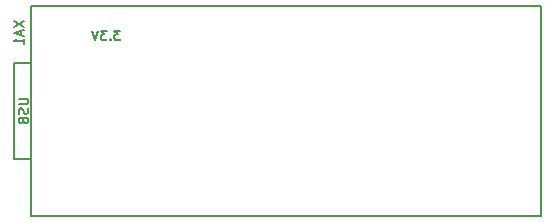
<source format=gbr>
G04 #@! TF.GenerationSoftware,KiCad,Pcbnew,(5.0.0)*
G04 #@! TF.CreationDate,2019-08-08T11:48:33+10:00*
G04 #@! TF.ProjectId,couchmobile-electrical,636F7563686D6F62696C652D656C6563,rev?*
G04 #@! TF.SameCoordinates,Original*
G04 #@! TF.FileFunction,Legend,Bot*
G04 #@! TF.FilePolarity,Positive*
%FSLAX46Y46*%
G04 Gerber Fmt 4.6, Leading zero omitted, Abs format (unit mm)*
G04 Created by KiCad (PCBNEW (5.0.0)) date 08/08/19 11:48:33*
%MOMM*%
%LPD*%
G01*
G04 APERTURE LIST*
%ADD10C,0.150000*%
G04 APERTURE END LIST*
D10*
G04 #@! TO.C,XA1*
X23000000Y-90064000D02*
X21550000Y-90064000D01*
X21550000Y-90064000D02*
X21550000Y-81936000D01*
X21550000Y-81936000D02*
X23000000Y-81936000D01*
X66180000Y-94890000D02*
X66180000Y-77110000D01*
X23000000Y-94890000D02*
X23000000Y-77110000D01*
X66180000Y-77110000D02*
X23000000Y-77110000D01*
X66180000Y-94890000D02*
X23000000Y-94890000D01*
X21545904Y-78405523D02*
X22345904Y-78938857D01*
X21545904Y-78938857D02*
X22345904Y-78405523D01*
X22117333Y-79205523D02*
X22117333Y-79586476D01*
X22345904Y-79129333D02*
X21545904Y-79396000D01*
X22345904Y-79662666D01*
X22345904Y-80348380D02*
X22345904Y-79891238D01*
X22345904Y-80119809D02*
X21545904Y-80119809D01*
X21660190Y-80043619D01*
X21736380Y-79967428D01*
X21774476Y-79891238D01*
X21926904Y-84990476D02*
X22574523Y-84990476D01*
X22650714Y-85028571D01*
X22688809Y-85066666D01*
X22726904Y-85142857D01*
X22726904Y-85295238D01*
X22688809Y-85371428D01*
X22650714Y-85409523D01*
X22574523Y-85447619D01*
X21926904Y-85447619D01*
X22688809Y-85790476D02*
X22726904Y-85904761D01*
X22726904Y-86095238D01*
X22688809Y-86171428D01*
X22650714Y-86209523D01*
X22574523Y-86247619D01*
X22498333Y-86247619D01*
X22422142Y-86209523D01*
X22384047Y-86171428D01*
X22345952Y-86095238D01*
X22307857Y-85942857D01*
X22269761Y-85866666D01*
X22231666Y-85828571D01*
X22155476Y-85790476D01*
X22079285Y-85790476D01*
X22003095Y-85828571D01*
X21965000Y-85866666D01*
X21926904Y-85942857D01*
X21926904Y-86133333D01*
X21965000Y-86247619D01*
X22307857Y-86857142D02*
X22345952Y-86971428D01*
X22384047Y-87009523D01*
X22460238Y-87047619D01*
X22574523Y-87047619D01*
X22650714Y-87009523D01*
X22688809Y-86971428D01*
X22726904Y-86895238D01*
X22726904Y-86590476D01*
X21926904Y-86590476D01*
X21926904Y-86857142D01*
X21965000Y-86933333D01*
X22003095Y-86971428D01*
X22079285Y-87009523D01*
X22155476Y-87009523D01*
X22231666Y-86971428D01*
X22269761Y-86933333D01*
X22307857Y-86857142D01*
X22307857Y-86590476D01*
X30530952Y-79211904D02*
X30035714Y-79211904D01*
X30302380Y-79516666D01*
X30188095Y-79516666D01*
X30111904Y-79554761D01*
X30073809Y-79592857D01*
X30035714Y-79669047D01*
X30035714Y-79859523D01*
X30073809Y-79935714D01*
X30111904Y-79973809D01*
X30188095Y-80011904D01*
X30416666Y-80011904D01*
X30492857Y-79973809D01*
X30530952Y-79935714D01*
X29692857Y-79935714D02*
X29654761Y-79973809D01*
X29692857Y-80011904D01*
X29730952Y-79973809D01*
X29692857Y-79935714D01*
X29692857Y-80011904D01*
X29388095Y-79211904D02*
X28892857Y-79211904D01*
X29159523Y-79516666D01*
X29045238Y-79516666D01*
X28969047Y-79554761D01*
X28930952Y-79592857D01*
X28892857Y-79669047D01*
X28892857Y-79859523D01*
X28930952Y-79935714D01*
X28969047Y-79973809D01*
X29045238Y-80011904D01*
X29273809Y-80011904D01*
X29350000Y-79973809D01*
X29388095Y-79935714D01*
X28664285Y-79211904D02*
X28397619Y-80011904D01*
X28130952Y-79211904D01*
G04 #@! TD*
M02*

</source>
